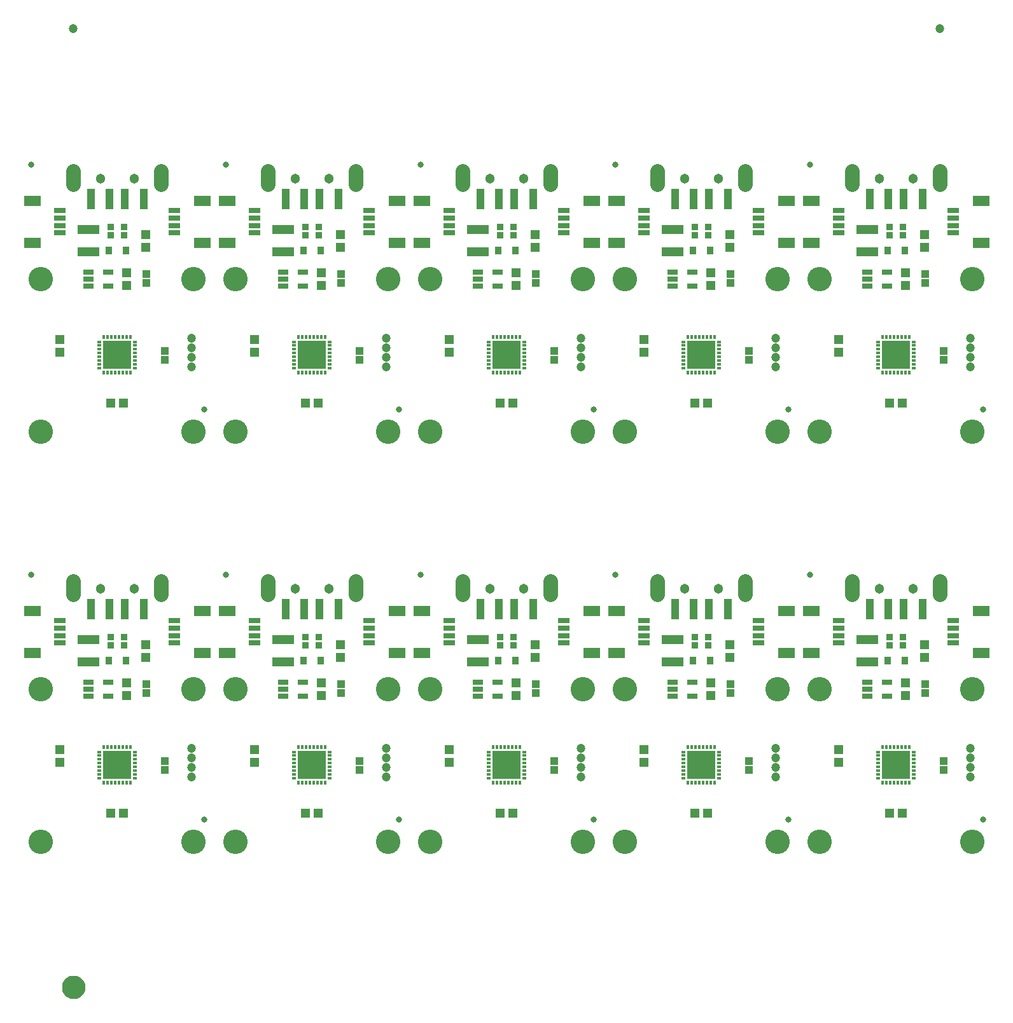
<source format=gts>
G04 EAGLE Gerber RS-274X export*
G75*
%MOMM*%
%FSLAX34Y34*%
%LPD*%
%INSoldermask Top*%
%IPPOS*%
%AMOC8*
5,1,8,0,0,1.08239X$1,22.5*%
G01*
%ADD10R,2.203200X1.403200*%
%ADD11R,1.553200X0.803200*%
%ADD12R,1.403200X0.753200*%
%ADD13R,1.103200X1.053200*%
%ADD14R,1.203200X1.303200*%
%ADD15C,1.203200*%
%ADD16R,0.453200X0.603200*%
%ADD17R,0.603200X0.453200*%
%ADD18R,3.803200X3.803200*%
%ADD19R,1.003200X2.703200*%
%ADD20C,1.981200*%
%ADD21C,1.303200*%
%ADD22C,1.003200*%
%ADD23C,3.251200*%
%ADD24R,1.303200X1.203200*%
%ADD25R,0.903200X0.903200*%
%ADD26R,0.833200X1.033200*%
%ADD27R,3.003200X1.203200*%
%ADD28C,0.838200*%
%ADD29C,1.270000*%
%ADD30C,1.703200*%


D10*
X239950Y276800D03*
X239950Y332800D03*
D11*
X203200Y289800D03*
X203200Y299800D03*
X203200Y309800D03*
X203200Y319800D03*
D12*
X88599Y238100D03*
X88599Y228600D03*
X88599Y219100D03*
X114601Y219100D03*
X114601Y238100D03*
D13*
X190500Y121200D03*
X190500Y132800D03*
D14*
X139700Y237100D03*
X139700Y220100D03*
X50800Y148200D03*
X50800Y131200D03*
D13*
X165354Y234908D03*
X165354Y223308D03*
D15*
X226060Y149860D03*
X226060Y137160D03*
X226060Y124460D03*
X226060Y111760D03*
D16*
X109100Y150900D03*
X114100Y150900D03*
X119100Y150900D03*
X124100Y150900D03*
X129100Y150900D03*
X134100Y150900D03*
X139100Y150900D03*
X144100Y150900D03*
D17*
X150100Y109900D03*
X150100Y114900D03*
X150100Y119900D03*
X150100Y124900D03*
X150100Y129900D03*
X150100Y134900D03*
X150100Y139900D03*
X150100Y144900D03*
D16*
X144100Y103900D03*
X139100Y103900D03*
X134100Y103900D03*
X129100Y103900D03*
X124100Y103900D03*
X119100Y103900D03*
X114100Y103900D03*
X109100Y103900D03*
D17*
X103100Y144900D03*
X103100Y139900D03*
X103100Y134900D03*
X103100Y129900D03*
X103100Y124900D03*
X103100Y119900D03*
X103100Y114900D03*
X103100Y109900D03*
D18*
X126600Y127400D03*
D19*
X137270Y335000D03*
X116730Y335000D03*
X162508Y335000D03*
D20*
X185500Y354310D02*
X185500Y372090D01*
X68500Y372090D02*
X68500Y354310D01*
D19*
X92000Y335000D03*
D21*
X149500Y362500D03*
X104500Y362500D03*
D22*
X68500Y359200D03*
X68500Y355200D03*
X68500Y367200D03*
X68500Y371200D03*
X185500Y359200D03*
X185500Y355200D03*
X185500Y367200D03*
X185500Y371200D03*
D10*
X14050Y332800D03*
X14050Y276800D03*
D11*
X50800Y319800D03*
X50800Y309800D03*
X50800Y299800D03*
X50800Y289800D03*
D23*
X25400Y25400D03*
X228600Y25400D03*
X25400Y228600D03*
X228600Y228600D03*
D24*
X135500Y63500D03*
X118500Y63500D03*
D25*
X136150Y297600D03*
X136150Y286600D03*
X117850Y286600D03*
X117850Y297600D03*
D26*
X115500Y266700D03*
X138500Y266700D03*
D14*
X165100Y270900D03*
X165100Y287900D03*
D27*
X88900Y294400D03*
X88900Y264400D03*
D28*
X12700Y381000D03*
X242570Y54610D03*
D10*
X499030Y276800D03*
X499030Y332800D03*
D11*
X462280Y289800D03*
X462280Y299800D03*
X462280Y309800D03*
X462280Y319800D03*
D12*
X347679Y238100D03*
X347679Y228600D03*
X347679Y219100D03*
X373681Y219100D03*
X373681Y238100D03*
D13*
X449580Y121200D03*
X449580Y132800D03*
D14*
X398780Y237100D03*
X398780Y220100D03*
X309880Y148200D03*
X309880Y131200D03*
D13*
X424434Y234908D03*
X424434Y223308D03*
D15*
X485140Y149860D03*
X485140Y137160D03*
X485140Y124460D03*
X485140Y111760D03*
D16*
X368180Y150900D03*
X373180Y150900D03*
X378180Y150900D03*
X383180Y150900D03*
X388180Y150900D03*
X393180Y150900D03*
X398180Y150900D03*
X403180Y150900D03*
D17*
X409180Y109900D03*
X409180Y114900D03*
X409180Y119900D03*
X409180Y124900D03*
X409180Y129900D03*
X409180Y134900D03*
X409180Y139900D03*
X409180Y144900D03*
D16*
X403180Y103900D03*
X398180Y103900D03*
X393180Y103900D03*
X388180Y103900D03*
X383180Y103900D03*
X378180Y103900D03*
X373180Y103900D03*
X368180Y103900D03*
D17*
X362180Y144900D03*
X362180Y139900D03*
X362180Y134900D03*
X362180Y129900D03*
X362180Y124900D03*
X362180Y119900D03*
X362180Y114900D03*
X362180Y109900D03*
D18*
X385680Y127400D03*
D19*
X396350Y335000D03*
X375810Y335000D03*
X421588Y335000D03*
D20*
X444580Y354310D02*
X444580Y372090D01*
X327580Y372090D02*
X327580Y354310D01*
D19*
X351080Y335000D03*
D21*
X408580Y362500D03*
X363580Y362500D03*
D22*
X327580Y359200D03*
X327580Y355200D03*
X327580Y367200D03*
X327580Y371200D03*
X444580Y359200D03*
X444580Y355200D03*
X444580Y367200D03*
X444580Y371200D03*
D10*
X273130Y332800D03*
X273130Y276800D03*
D11*
X309880Y319800D03*
X309880Y309800D03*
X309880Y299800D03*
X309880Y289800D03*
D23*
X284480Y25400D03*
X487680Y25400D03*
X284480Y228600D03*
X487680Y228600D03*
D24*
X394580Y63500D03*
X377580Y63500D03*
D25*
X395230Y297600D03*
X395230Y286600D03*
X376930Y286600D03*
X376930Y297600D03*
D26*
X374580Y266700D03*
X397580Y266700D03*
D14*
X424180Y270900D03*
X424180Y287900D03*
D27*
X347980Y294400D03*
X347980Y264400D03*
D28*
X271780Y381000D03*
X501650Y54610D03*
D10*
X758110Y276800D03*
X758110Y332800D03*
D11*
X721360Y289800D03*
X721360Y299800D03*
X721360Y309800D03*
X721360Y319800D03*
D12*
X606759Y238100D03*
X606759Y228600D03*
X606759Y219100D03*
X632761Y219100D03*
X632761Y238100D03*
D13*
X708660Y121200D03*
X708660Y132800D03*
D14*
X657860Y237100D03*
X657860Y220100D03*
X568960Y148200D03*
X568960Y131200D03*
D13*
X683514Y234908D03*
X683514Y223308D03*
D15*
X744220Y149860D03*
X744220Y137160D03*
X744220Y124460D03*
X744220Y111760D03*
D16*
X627260Y150900D03*
X632260Y150900D03*
X637260Y150900D03*
X642260Y150900D03*
X647260Y150900D03*
X652260Y150900D03*
X657260Y150900D03*
X662260Y150900D03*
D17*
X668260Y109900D03*
X668260Y114900D03*
X668260Y119900D03*
X668260Y124900D03*
X668260Y129900D03*
X668260Y134900D03*
X668260Y139900D03*
X668260Y144900D03*
D16*
X662260Y103900D03*
X657260Y103900D03*
X652260Y103900D03*
X647260Y103900D03*
X642260Y103900D03*
X637260Y103900D03*
X632260Y103900D03*
X627260Y103900D03*
D17*
X621260Y144900D03*
X621260Y139900D03*
X621260Y134900D03*
X621260Y129900D03*
X621260Y124900D03*
X621260Y119900D03*
X621260Y114900D03*
X621260Y109900D03*
D18*
X644760Y127400D03*
D19*
X655430Y335000D03*
X634890Y335000D03*
X680668Y335000D03*
D20*
X703660Y354310D02*
X703660Y372090D01*
X586660Y372090D02*
X586660Y354310D01*
D19*
X610160Y335000D03*
D21*
X667660Y362500D03*
X622660Y362500D03*
D22*
X586660Y359200D03*
X586660Y355200D03*
X586660Y367200D03*
X586660Y371200D03*
X703660Y359200D03*
X703660Y355200D03*
X703660Y367200D03*
X703660Y371200D03*
D10*
X532210Y332800D03*
X532210Y276800D03*
D11*
X568960Y319800D03*
X568960Y309800D03*
X568960Y299800D03*
X568960Y289800D03*
D23*
X543560Y25400D03*
X746760Y25400D03*
X543560Y228600D03*
X746760Y228600D03*
D24*
X653660Y63500D03*
X636660Y63500D03*
D25*
X654310Y297600D03*
X654310Y286600D03*
X636010Y286600D03*
X636010Y297600D03*
D26*
X633660Y266700D03*
X656660Y266700D03*
D14*
X683260Y270900D03*
X683260Y287900D03*
D27*
X607060Y294400D03*
X607060Y264400D03*
D28*
X530860Y381000D03*
X760730Y54610D03*
D10*
X1017190Y276800D03*
X1017190Y332800D03*
D11*
X980440Y289800D03*
X980440Y299800D03*
X980440Y309800D03*
X980440Y319800D03*
D12*
X865839Y238100D03*
X865839Y228600D03*
X865839Y219100D03*
X891841Y219100D03*
X891841Y238100D03*
D13*
X967740Y121200D03*
X967740Y132800D03*
D14*
X916940Y237100D03*
X916940Y220100D03*
X828040Y148200D03*
X828040Y131200D03*
D13*
X942594Y234908D03*
X942594Y223308D03*
D15*
X1003300Y149860D03*
X1003300Y137160D03*
X1003300Y124460D03*
X1003300Y111760D03*
D16*
X886340Y150900D03*
X891340Y150900D03*
X896340Y150900D03*
X901340Y150900D03*
X906340Y150900D03*
X911340Y150900D03*
X916340Y150900D03*
X921340Y150900D03*
D17*
X927340Y109900D03*
X927340Y114900D03*
X927340Y119900D03*
X927340Y124900D03*
X927340Y129900D03*
X927340Y134900D03*
X927340Y139900D03*
X927340Y144900D03*
D16*
X921340Y103900D03*
X916340Y103900D03*
X911340Y103900D03*
X906340Y103900D03*
X901340Y103900D03*
X896340Y103900D03*
X891340Y103900D03*
X886340Y103900D03*
D17*
X880340Y144900D03*
X880340Y139900D03*
X880340Y134900D03*
X880340Y129900D03*
X880340Y124900D03*
X880340Y119900D03*
X880340Y114900D03*
X880340Y109900D03*
D18*
X903840Y127400D03*
D19*
X914510Y335000D03*
X893970Y335000D03*
X939748Y335000D03*
D20*
X962740Y354310D02*
X962740Y372090D01*
X845740Y372090D02*
X845740Y354310D01*
D19*
X869240Y335000D03*
D21*
X926740Y362500D03*
X881740Y362500D03*
D22*
X845740Y359200D03*
X845740Y355200D03*
X845740Y367200D03*
X845740Y371200D03*
X962740Y359200D03*
X962740Y355200D03*
X962740Y367200D03*
X962740Y371200D03*
D10*
X791290Y332800D03*
X791290Y276800D03*
D11*
X828040Y319800D03*
X828040Y309800D03*
X828040Y299800D03*
X828040Y289800D03*
D23*
X802640Y25400D03*
X1005840Y25400D03*
X802640Y228600D03*
X1005840Y228600D03*
D24*
X912740Y63500D03*
X895740Y63500D03*
D25*
X913390Y297600D03*
X913390Y286600D03*
X895090Y286600D03*
X895090Y297600D03*
D26*
X892740Y266700D03*
X915740Y266700D03*
D14*
X942340Y270900D03*
X942340Y287900D03*
D27*
X866140Y294400D03*
X866140Y264400D03*
D28*
X789940Y381000D03*
X1019810Y54610D03*
D10*
X1276270Y276800D03*
X1276270Y332800D03*
D11*
X1239520Y289800D03*
X1239520Y299800D03*
X1239520Y309800D03*
X1239520Y319800D03*
D12*
X1124919Y238100D03*
X1124919Y228600D03*
X1124919Y219100D03*
X1150921Y219100D03*
X1150921Y238100D03*
D13*
X1226820Y121200D03*
X1226820Y132800D03*
D14*
X1176020Y237100D03*
X1176020Y220100D03*
X1087120Y148200D03*
X1087120Y131200D03*
D13*
X1201674Y234908D03*
X1201674Y223308D03*
D15*
X1262380Y149860D03*
X1262380Y137160D03*
X1262380Y124460D03*
X1262380Y111760D03*
D16*
X1145420Y150900D03*
X1150420Y150900D03*
X1155420Y150900D03*
X1160420Y150900D03*
X1165420Y150900D03*
X1170420Y150900D03*
X1175420Y150900D03*
X1180420Y150900D03*
D17*
X1186420Y109900D03*
X1186420Y114900D03*
X1186420Y119900D03*
X1186420Y124900D03*
X1186420Y129900D03*
X1186420Y134900D03*
X1186420Y139900D03*
X1186420Y144900D03*
D16*
X1180420Y103900D03*
X1175420Y103900D03*
X1170420Y103900D03*
X1165420Y103900D03*
X1160420Y103900D03*
X1155420Y103900D03*
X1150420Y103900D03*
X1145420Y103900D03*
D17*
X1139420Y144900D03*
X1139420Y139900D03*
X1139420Y134900D03*
X1139420Y129900D03*
X1139420Y124900D03*
X1139420Y119900D03*
X1139420Y114900D03*
X1139420Y109900D03*
D18*
X1162920Y127400D03*
D19*
X1173590Y335000D03*
X1153050Y335000D03*
X1198828Y335000D03*
D20*
X1221820Y354310D02*
X1221820Y372090D01*
X1104820Y372090D02*
X1104820Y354310D01*
D19*
X1128320Y335000D03*
D21*
X1185820Y362500D03*
X1140820Y362500D03*
D22*
X1104820Y359200D03*
X1104820Y355200D03*
X1104820Y367200D03*
X1104820Y371200D03*
X1221820Y359200D03*
X1221820Y355200D03*
X1221820Y367200D03*
X1221820Y371200D03*
D10*
X1050370Y332800D03*
X1050370Y276800D03*
D11*
X1087120Y319800D03*
X1087120Y309800D03*
X1087120Y299800D03*
X1087120Y289800D03*
D23*
X1061720Y25400D03*
X1264920Y25400D03*
X1061720Y228600D03*
X1264920Y228600D03*
D24*
X1171820Y63500D03*
X1154820Y63500D03*
D25*
X1172470Y297600D03*
X1172470Y286600D03*
X1154170Y286600D03*
X1154170Y297600D03*
D26*
X1151820Y266700D03*
X1174820Y266700D03*
D14*
X1201420Y270900D03*
X1201420Y287900D03*
D27*
X1125220Y294400D03*
X1125220Y264400D03*
D28*
X1049020Y381000D03*
X1278890Y54610D03*
D10*
X239950Y822900D03*
X239950Y878900D03*
D11*
X203200Y835900D03*
X203200Y845900D03*
X203200Y855900D03*
X203200Y865900D03*
D12*
X88599Y784200D03*
X88599Y774700D03*
X88599Y765200D03*
X114601Y765200D03*
X114601Y784200D03*
D13*
X190500Y667300D03*
X190500Y678900D03*
D14*
X139700Y783200D03*
X139700Y766200D03*
X50800Y694300D03*
X50800Y677300D03*
D13*
X165354Y781008D03*
X165354Y769408D03*
D15*
X226060Y695960D03*
X226060Y683260D03*
X226060Y670560D03*
X226060Y657860D03*
D16*
X109100Y697000D03*
X114100Y697000D03*
X119100Y697000D03*
X124100Y697000D03*
X129100Y697000D03*
X134100Y697000D03*
X139100Y697000D03*
X144100Y697000D03*
D17*
X150100Y656000D03*
X150100Y661000D03*
X150100Y666000D03*
X150100Y671000D03*
X150100Y676000D03*
X150100Y681000D03*
X150100Y686000D03*
X150100Y691000D03*
D16*
X144100Y650000D03*
X139100Y650000D03*
X134100Y650000D03*
X129100Y650000D03*
X124100Y650000D03*
X119100Y650000D03*
X114100Y650000D03*
X109100Y650000D03*
D17*
X103100Y691000D03*
X103100Y686000D03*
X103100Y681000D03*
X103100Y676000D03*
X103100Y671000D03*
X103100Y666000D03*
X103100Y661000D03*
X103100Y656000D03*
D18*
X126600Y673500D03*
D19*
X137270Y881100D03*
X116730Y881100D03*
X162508Y881100D03*
D20*
X185500Y900410D02*
X185500Y918190D01*
X68500Y918190D02*
X68500Y900410D01*
D19*
X92000Y881100D03*
D21*
X149500Y908600D03*
X104500Y908600D03*
D22*
X68500Y905300D03*
X68500Y901300D03*
X68500Y913300D03*
X68500Y917300D03*
X185500Y905300D03*
X185500Y901300D03*
X185500Y913300D03*
X185500Y917300D03*
D10*
X14050Y878900D03*
X14050Y822900D03*
D11*
X50800Y865900D03*
X50800Y855900D03*
X50800Y845900D03*
X50800Y835900D03*
D23*
X25400Y571500D03*
X228600Y571500D03*
X25400Y774700D03*
X228600Y774700D03*
D24*
X135500Y609600D03*
X118500Y609600D03*
D25*
X136150Y843700D03*
X136150Y832700D03*
X117850Y832700D03*
X117850Y843700D03*
D26*
X115500Y812800D03*
X138500Y812800D03*
D14*
X165100Y817000D03*
X165100Y834000D03*
D27*
X88900Y840500D03*
X88900Y810500D03*
D28*
X12700Y927100D03*
X242570Y600710D03*
D10*
X499030Y822900D03*
X499030Y878900D03*
D11*
X462280Y835900D03*
X462280Y845900D03*
X462280Y855900D03*
X462280Y865900D03*
D12*
X347679Y784200D03*
X347679Y774700D03*
X347679Y765200D03*
X373681Y765200D03*
X373681Y784200D03*
D13*
X449580Y667300D03*
X449580Y678900D03*
D14*
X398780Y783200D03*
X398780Y766200D03*
X309880Y694300D03*
X309880Y677300D03*
D13*
X424434Y781008D03*
X424434Y769408D03*
D15*
X485140Y695960D03*
X485140Y683260D03*
X485140Y670560D03*
X485140Y657860D03*
D16*
X368180Y697000D03*
X373180Y697000D03*
X378180Y697000D03*
X383180Y697000D03*
X388180Y697000D03*
X393180Y697000D03*
X398180Y697000D03*
X403180Y697000D03*
D17*
X409180Y656000D03*
X409180Y661000D03*
X409180Y666000D03*
X409180Y671000D03*
X409180Y676000D03*
X409180Y681000D03*
X409180Y686000D03*
X409180Y691000D03*
D16*
X403180Y650000D03*
X398180Y650000D03*
X393180Y650000D03*
X388180Y650000D03*
X383180Y650000D03*
X378180Y650000D03*
X373180Y650000D03*
X368180Y650000D03*
D17*
X362180Y691000D03*
X362180Y686000D03*
X362180Y681000D03*
X362180Y676000D03*
X362180Y671000D03*
X362180Y666000D03*
X362180Y661000D03*
X362180Y656000D03*
D18*
X385680Y673500D03*
D19*
X396350Y881100D03*
X375810Y881100D03*
X421588Y881100D03*
D20*
X444580Y900410D02*
X444580Y918190D01*
X327580Y918190D02*
X327580Y900410D01*
D19*
X351080Y881100D03*
D21*
X408580Y908600D03*
X363580Y908600D03*
D22*
X327580Y905300D03*
X327580Y901300D03*
X327580Y913300D03*
X327580Y917300D03*
X444580Y905300D03*
X444580Y901300D03*
X444580Y913300D03*
X444580Y917300D03*
D10*
X273130Y878900D03*
X273130Y822900D03*
D11*
X309880Y865900D03*
X309880Y855900D03*
X309880Y845900D03*
X309880Y835900D03*
D23*
X284480Y571500D03*
X487680Y571500D03*
X284480Y774700D03*
X487680Y774700D03*
D24*
X394580Y609600D03*
X377580Y609600D03*
D25*
X395230Y843700D03*
X395230Y832700D03*
X376930Y832700D03*
X376930Y843700D03*
D26*
X374580Y812800D03*
X397580Y812800D03*
D14*
X424180Y817000D03*
X424180Y834000D03*
D27*
X347980Y840500D03*
X347980Y810500D03*
D28*
X271780Y927100D03*
X501650Y600710D03*
D10*
X758110Y822900D03*
X758110Y878900D03*
D11*
X721360Y835900D03*
X721360Y845900D03*
X721360Y855900D03*
X721360Y865900D03*
D12*
X606759Y784200D03*
X606759Y774700D03*
X606759Y765200D03*
X632761Y765200D03*
X632761Y784200D03*
D13*
X708660Y667300D03*
X708660Y678900D03*
D14*
X657860Y783200D03*
X657860Y766200D03*
X568960Y694300D03*
X568960Y677300D03*
D13*
X683514Y781008D03*
X683514Y769408D03*
D15*
X744220Y695960D03*
X744220Y683260D03*
X744220Y670560D03*
X744220Y657860D03*
D16*
X627260Y697000D03*
X632260Y697000D03*
X637260Y697000D03*
X642260Y697000D03*
X647260Y697000D03*
X652260Y697000D03*
X657260Y697000D03*
X662260Y697000D03*
D17*
X668260Y656000D03*
X668260Y661000D03*
X668260Y666000D03*
X668260Y671000D03*
X668260Y676000D03*
X668260Y681000D03*
X668260Y686000D03*
X668260Y691000D03*
D16*
X662260Y650000D03*
X657260Y650000D03*
X652260Y650000D03*
X647260Y650000D03*
X642260Y650000D03*
X637260Y650000D03*
X632260Y650000D03*
X627260Y650000D03*
D17*
X621260Y691000D03*
X621260Y686000D03*
X621260Y681000D03*
X621260Y676000D03*
X621260Y671000D03*
X621260Y666000D03*
X621260Y661000D03*
X621260Y656000D03*
D18*
X644760Y673500D03*
D19*
X655430Y881100D03*
X634890Y881100D03*
X680668Y881100D03*
D20*
X703660Y900410D02*
X703660Y918190D01*
X586660Y918190D02*
X586660Y900410D01*
D19*
X610160Y881100D03*
D21*
X667660Y908600D03*
X622660Y908600D03*
D22*
X586660Y905300D03*
X586660Y901300D03*
X586660Y913300D03*
X586660Y917300D03*
X703660Y905300D03*
X703660Y901300D03*
X703660Y913300D03*
X703660Y917300D03*
D10*
X532210Y878900D03*
X532210Y822900D03*
D11*
X568960Y865900D03*
X568960Y855900D03*
X568960Y845900D03*
X568960Y835900D03*
D23*
X543560Y571500D03*
X746760Y571500D03*
X543560Y774700D03*
X746760Y774700D03*
D24*
X653660Y609600D03*
X636660Y609600D03*
D25*
X654310Y843700D03*
X654310Y832700D03*
X636010Y832700D03*
X636010Y843700D03*
D26*
X633660Y812800D03*
X656660Y812800D03*
D14*
X683260Y817000D03*
X683260Y834000D03*
D27*
X607060Y840500D03*
X607060Y810500D03*
D28*
X530860Y927100D03*
X760730Y600710D03*
D10*
X1017190Y822900D03*
X1017190Y878900D03*
D11*
X980440Y835900D03*
X980440Y845900D03*
X980440Y855900D03*
X980440Y865900D03*
D12*
X865839Y784200D03*
X865839Y774700D03*
X865839Y765200D03*
X891841Y765200D03*
X891841Y784200D03*
D13*
X967740Y667300D03*
X967740Y678900D03*
D14*
X916940Y783200D03*
X916940Y766200D03*
X828040Y694300D03*
X828040Y677300D03*
D13*
X942594Y781008D03*
X942594Y769408D03*
D15*
X1003300Y695960D03*
X1003300Y683260D03*
X1003300Y670560D03*
X1003300Y657860D03*
D16*
X886340Y697000D03*
X891340Y697000D03*
X896340Y697000D03*
X901340Y697000D03*
X906340Y697000D03*
X911340Y697000D03*
X916340Y697000D03*
X921340Y697000D03*
D17*
X927340Y656000D03*
X927340Y661000D03*
X927340Y666000D03*
X927340Y671000D03*
X927340Y676000D03*
X927340Y681000D03*
X927340Y686000D03*
X927340Y691000D03*
D16*
X921340Y650000D03*
X916340Y650000D03*
X911340Y650000D03*
X906340Y650000D03*
X901340Y650000D03*
X896340Y650000D03*
X891340Y650000D03*
X886340Y650000D03*
D17*
X880340Y691000D03*
X880340Y686000D03*
X880340Y681000D03*
X880340Y676000D03*
X880340Y671000D03*
X880340Y666000D03*
X880340Y661000D03*
X880340Y656000D03*
D18*
X903840Y673500D03*
D19*
X914510Y881100D03*
X893970Y881100D03*
X939748Y881100D03*
D20*
X962740Y900410D02*
X962740Y918190D01*
X845740Y918190D02*
X845740Y900410D01*
D19*
X869240Y881100D03*
D21*
X926740Y908600D03*
X881740Y908600D03*
D22*
X845740Y905300D03*
X845740Y901300D03*
X845740Y913300D03*
X845740Y917300D03*
X962740Y905300D03*
X962740Y901300D03*
X962740Y913300D03*
X962740Y917300D03*
D10*
X791290Y878900D03*
X791290Y822900D03*
D11*
X828040Y865900D03*
X828040Y855900D03*
X828040Y845900D03*
X828040Y835900D03*
D23*
X802640Y571500D03*
X1005840Y571500D03*
X802640Y774700D03*
X1005840Y774700D03*
D24*
X912740Y609600D03*
X895740Y609600D03*
D25*
X913390Y843700D03*
X913390Y832700D03*
X895090Y832700D03*
X895090Y843700D03*
D26*
X892740Y812800D03*
X915740Y812800D03*
D14*
X942340Y817000D03*
X942340Y834000D03*
D27*
X866140Y840500D03*
X866140Y810500D03*
D28*
X789940Y927100D03*
X1019810Y600710D03*
D10*
X1276270Y822900D03*
X1276270Y878900D03*
D11*
X1239520Y835900D03*
X1239520Y845900D03*
X1239520Y855900D03*
X1239520Y865900D03*
D12*
X1124919Y784200D03*
X1124919Y774700D03*
X1124919Y765200D03*
X1150921Y765200D03*
X1150921Y784200D03*
D13*
X1226820Y667300D03*
X1226820Y678900D03*
D14*
X1176020Y783200D03*
X1176020Y766200D03*
X1087120Y694300D03*
X1087120Y677300D03*
D13*
X1201674Y781008D03*
X1201674Y769408D03*
D15*
X1262380Y695960D03*
X1262380Y683260D03*
X1262380Y670560D03*
X1262380Y657860D03*
D16*
X1145420Y697000D03*
X1150420Y697000D03*
X1155420Y697000D03*
X1160420Y697000D03*
X1165420Y697000D03*
X1170420Y697000D03*
X1175420Y697000D03*
X1180420Y697000D03*
D17*
X1186420Y656000D03*
X1186420Y661000D03*
X1186420Y666000D03*
X1186420Y671000D03*
X1186420Y676000D03*
X1186420Y681000D03*
X1186420Y686000D03*
X1186420Y691000D03*
D16*
X1180420Y650000D03*
X1175420Y650000D03*
X1170420Y650000D03*
X1165420Y650000D03*
X1160420Y650000D03*
X1155420Y650000D03*
X1150420Y650000D03*
X1145420Y650000D03*
D17*
X1139420Y691000D03*
X1139420Y686000D03*
X1139420Y681000D03*
X1139420Y676000D03*
X1139420Y671000D03*
X1139420Y666000D03*
X1139420Y661000D03*
X1139420Y656000D03*
D18*
X1162920Y673500D03*
D19*
X1173590Y881100D03*
X1153050Y881100D03*
X1198828Y881100D03*
D20*
X1221820Y900410D02*
X1221820Y918190D01*
X1104820Y918190D02*
X1104820Y900410D01*
D19*
X1128320Y881100D03*
D21*
X1185820Y908600D03*
X1140820Y908600D03*
D22*
X1104820Y905300D03*
X1104820Y901300D03*
X1104820Y913300D03*
X1104820Y917300D03*
X1221820Y905300D03*
X1221820Y901300D03*
X1221820Y913300D03*
X1221820Y917300D03*
D10*
X1050370Y878900D03*
X1050370Y822900D03*
D11*
X1087120Y865900D03*
X1087120Y855900D03*
X1087120Y845900D03*
X1087120Y835900D03*
D23*
X1061720Y571500D03*
X1264920Y571500D03*
X1061720Y774700D03*
X1264920Y774700D03*
D24*
X1171820Y609600D03*
X1154820Y609600D03*
D25*
X1172470Y843700D03*
X1172470Y832700D03*
X1154170Y832700D03*
X1154170Y843700D03*
D26*
X1151820Y812800D03*
X1174820Y812800D03*
D14*
X1201420Y817000D03*
X1201420Y834000D03*
D27*
X1125220Y840500D03*
X1125220Y810500D03*
D28*
X1049020Y927100D03*
X1278890Y600710D03*
D15*
X68580Y1108075D03*
X1221105Y1108075D03*
D29*
X59525Y-168275D02*
X59528Y-168053D01*
X59536Y-167831D01*
X59550Y-167609D01*
X59569Y-167387D01*
X59593Y-167167D01*
X59623Y-166946D01*
X59658Y-166727D01*
X59699Y-166508D01*
X59745Y-166291D01*
X59796Y-166075D01*
X59853Y-165860D01*
X59915Y-165646D01*
X59982Y-165435D01*
X60054Y-165224D01*
X60132Y-165016D01*
X60214Y-164810D01*
X60302Y-164606D01*
X60394Y-164403D01*
X60492Y-164204D01*
X60594Y-164007D01*
X60701Y-163812D01*
X60813Y-163620D01*
X60930Y-163431D01*
X61051Y-163244D01*
X61177Y-163061D01*
X61307Y-162881D01*
X61442Y-162704D01*
X61580Y-162531D01*
X61723Y-162361D01*
X61871Y-162194D01*
X62022Y-162031D01*
X62177Y-161872D01*
X62336Y-161717D01*
X62499Y-161566D01*
X62666Y-161418D01*
X62836Y-161275D01*
X63009Y-161137D01*
X63186Y-161002D01*
X63366Y-160872D01*
X63549Y-160746D01*
X63736Y-160625D01*
X63925Y-160508D01*
X64117Y-160396D01*
X64312Y-160289D01*
X64509Y-160187D01*
X64708Y-160089D01*
X64911Y-159997D01*
X65115Y-159909D01*
X65321Y-159827D01*
X65529Y-159749D01*
X65740Y-159677D01*
X65951Y-159610D01*
X66165Y-159548D01*
X66380Y-159491D01*
X66596Y-159440D01*
X66813Y-159394D01*
X67032Y-159353D01*
X67251Y-159318D01*
X67472Y-159288D01*
X67692Y-159264D01*
X67914Y-159245D01*
X68136Y-159231D01*
X68358Y-159223D01*
X68580Y-159220D01*
X68802Y-159223D01*
X69024Y-159231D01*
X69246Y-159245D01*
X69468Y-159264D01*
X69688Y-159288D01*
X69909Y-159318D01*
X70128Y-159353D01*
X70347Y-159394D01*
X70564Y-159440D01*
X70780Y-159491D01*
X70995Y-159548D01*
X71209Y-159610D01*
X71420Y-159677D01*
X71631Y-159749D01*
X71839Y-159827D01*
X72045Y-159909D01*
X72249Y-159997D01*
X72452Y-160089D01*
X72651Y-160187D01*
X72848Y-160289D01*
X73043Y-160396D01*
X73235Y-160508D01*
X73424Y-160625D01*
X73611Y-160746D01*
X73794Y-160872D01*
X73974Y-161002D01*
X74151Y-161137D01*
X74324Y-161275D01*
X74494Y-161418D01*
X74661Y-161566D01*
X74824Y-161717D01*
X74983Y-161872D01*
X75138Y-162031D01*
X75289Y-162194D01*
X75437Y-162361D01*
X75580Y-162531D01*
X75718Y-162704D01*
X75853Y-162881D01*
X75983Y-163061D01*
X76109Y-163244D01*
X76230Y-163431D01*
X76347Y-163620D01*
X76459Y-163812D01*
X76566Y-164007D01*
X76668Y-164204D01*
X76766Y-164403D01*
X76858Y-164606D01*
X76946Y-164810D01*
X77028Y-165016D01*
X77106Y-165224D01*
X77178Y-165435D01*
X77245Y-165646D01*
X77307Y-165860D01*
X77364Y-166075D01*
X77415Y-166291D01*
X77461Y-166508D01*
X77502Y-166727D01*
X77537Y-166946D01*
X77567Y-167167D01*
X77591Y-167387D01*
X77610Y-167609D01*
X77624Y-167831D01*
X77632Y-168053D01*
X77635Y-168275D01*
X77632Y-168497D01*
X77624Y-168719D01*
X77610Y-168941D01*
X77591Y-169163D01*
X77567Y-169383D01*
X77537Y-169604D01*
X77502Y-169823D01*
X77461Y-170042D01*
X77415Y-170259D01*
X77364Y-170475D01*
X77307Y-170690D01*
X77245Y-170904D01*
X77178Y-171115D01*
X77106Y-171326D01*
X77028Y-171534D01*
X76946Y-171740D01*
X76858Y-171944D01*
X76766Y-172147D01*
X76668Y-172346D01*
X76566Y-172543D01*
X76459Y-172738D01*
X76347Y-172930D01*
X76230Y-173119D01*
X76109Y-173306D01*
X75983Y-173489D01*
X75853Y-173669D01*
X75718Y-173846D01*
X75580Y-174019D01*
X75437Y-174189D01*
X75289Y-174356D01*
X75138Y-174519D01*
X74983Y-174678D01*
X74824Y-174833D01*
X74661Y-174984D01*
X74494Y-175132D01*
X74324Y-175275D01*
X74151Y-175413D01*
X73974Y-175548D01*
X73794Y-175678D01*
X73611Y-175804D01*
X73424Y-175925D01*
X73235Y-176042D01*
X73043Y-176154D01*
X72848Y-176261D01*
X72651Y-176363D01*
X72452Y-176461D01*
X72249Y-176553D01*
X72045Y-176641D01*
X71839Y-176723D01*
X71631Y-176801D01*
X71420Y-176873D01*
X71209Y-176940D01*
X70995Y-177002D01*
X70780Y-177059D01*
X70564Y-177110D01*
X70347Y-177156D01*
X70128Y-177197D01*
X69909Y-177232D01*
X69688Y-177262D01*
X69468Y-177286D01*
X69246Y-177305D01*
X69024Y-177319D01*
X68802Y-177327D01*
X68580Y-177330D01*
X68358Y-177327D01*
X68136Y-177319D01*
X67914Y-177305D01*
X67692Y-177286D01*
X67472Y-177262D01*
X67251Y-177232D01*
X67032Y-177197D01*
X66813Y-177156D01*
X66596Y-177110D01*
X66380Y-177059D01*
X66165Y-177002D01*
X65951Y-176940D01*
X65740Y-176873D01*
X65529Y-176801D01*
X65321Y-176723D01*
X65115Y-176641D01*
X64911Y-176553D01*
X64708Y-176461D01*
X64509Y-176363D01*
X64312Y-176261D01*
X64117Y-176154D01*
X63925Y-176042D01*
X63736Y-175925D01*
X63549Y-175804D01*
X63366Y-175678D01*
X63186Y-175548D01*
X63009Y-175413D01*
X62836Y-175275D01*
X62666Y-175132D01*
X62499Y-174984D01*
X62336Y-174833D01*
X62177Y-174678D01*
X62022Y-174519D01*
X61871Y-174356D01*
X61723Y-174189D01*
X61580Y-174019D01*
X61442Y-173846D01*
X61307Y-173669D01*
X61177Y-173489D01*
X61051Y-173306D01*
X60930Y-173119D01*
X60813Y-172930D01*
X60701Y-172738D01*
X60594Y-172543D01*
X60492Y-172346D01*
X60394Y-172147D01*
X60302Y-171944D01*
X60214Y-171740D01*
X60132Y-171534D01*
X60054Y-171326D01*
X59982Y-171115D01*
X59915Y-170904D01*
X59853Y-170690D01*
X59796Y-170475D01*
X59745Y-170259D01*
X59699Y-170042D01*
X59658Y-169823D01*
X59623Y-169604D01*
X59593Y-169383D01*
X59569Y-169163D01*
X59550Y-168941D01*
X59536Y-168719D01*
X59528Y-168497D01*
X59525Y-168275D01*
D30*
X68580Y-168275D03*
M02*

</source>
